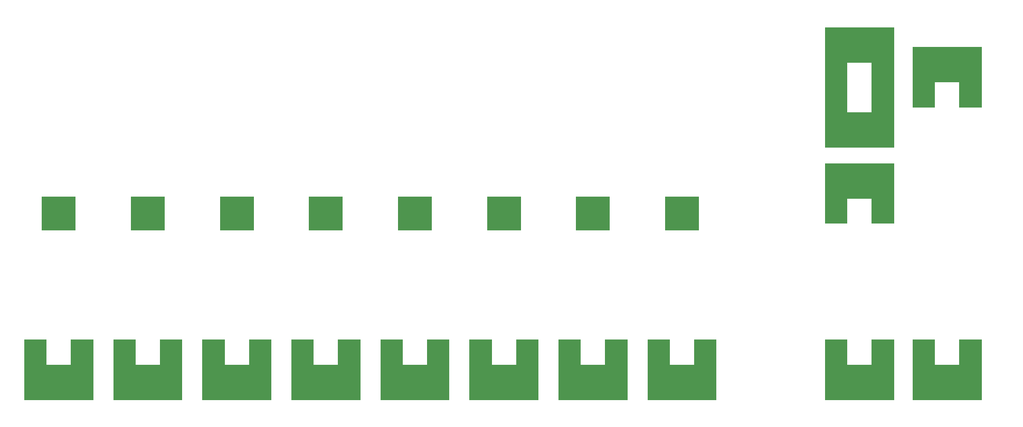
<source format=gbr>
G04 ===== Begin FILE IDENTIFICATION =====*
G04 File Format:  Gerber RS274X*
G04 ===== End FILE IDENTIFICATION =====*
%FSLAX24Y24*%
%MOMM*%
%SFA1.0000B1.0000*%
%OFA0.0B0.0*%
%ADD14R,5.450000X5.450000*%
%LNL4*%
%IPPOS*%
%LPD*%
G75*
G36*
G01X-519358Y-242514D02*
G01Y-202514D01*
G01X-555045D01*
G01Y-299250D01*
G01X-444555D01*
G01Y-202514D01*
G01X-480242D01*
G01Y-242514D01*
G01X-519358D01*
G37*
D14*
X-499800Y0D03*
G36*
G01X-376558Y-242514D02*
G01Y-202514D01*
G01X-412245D01*
G01Y-299250D01*
G01X-301755D01*
G01Y-202514D01*
G01X-337442D01*
G01Y-242514D01*
G01X-376558D01*
G37*
D14*
X-357000Y0D03*
G36*
G01X-233758Y-242514D02*
G01Y-202514D01*
G01X-269445D01*
G01Y-299250D01*
G01X-158955D01*
G01Y-202514D01*
G01X-194642D01*
G01Y-242514D01*
G01X-233758D01*
G37*
D14*
X-214200Y0D03*
G36*
G01X-90958Y-242514D02*
G01Y-202514D01*
G01X-126645D01*
G01Y-299250D01*
G01X-16155D01*
G01Y-202514D01*
G01X-51842D01*
G01Y-242514D01*
G01X-90958D01*
G37*
D14*
X-71400Y0D03*
G36*
G01X51842Y-242514D02*
G01Y-202514D01*
G01X16155D01*
G01Y-299250D01*
G01X126645D01*
G01Y-202514D01*
G01X90958D01*
G01Y-242514D01*
G01X51842D01*
G37*
D14*
X71400Y0D03*
G36*
G01X194642Y-242514D02*
G01Y-202514D01*
G01X158955D01*
G01Y-299250D01*
G01X269445D01*
G01Y-202514D01*
G01X233758D01*
G01Y-242514D01*
G01X194642D01*
G37*
D14*
X214200Y0D03*
G36*
G01X337442Y-242514D02*
G01Y-202514D01*
G01X301755D01*
G01Y-299250D01*
G01X412245D01*
G01Y-202514D01*
G01X376558D01*
G01Y-242514D01*
G01X337442D01*
G37*
D14*
X357000Y0D03*
G36*
G01X480242Y-242514D02*
G01Y-202514D01*
G01X444555D01*
G01Y-299250D01*
G01X555045D01*
G01Y-202514D01*
G01X519358D01*
G01Y-242514D01*
G01X480242D01*
G37*
D14*
X499800Y0D03*
G36*
G01X765032Y-242514D02*
G01Y-202514D01*
G01X729345D01*
G01Y-299250D01*
G01X839835D01*
G01Y-202514D01*
G01X804148D01*
G01Y-242514D01*
G01X765032D01*
G37*
G36*
G01X729345Y-16000D02*
G01X765032D01*
G01Y24000D01*
G01X804148D01*
G01Y-16000D01*
G01X839835D01*
G01Y80736D01*
G01X729345D01*
G01Y-16000D01*
G37*
G36*
G01X729345Y105778D02*
G01X839835D01*
G01Y299250D01*
G01X765032D01*
G01Y242514D01*
G01X804148D01*
G01Y162514D01*
G01X765032D01*
G01Y242514D01*
G01Y299250D01*
G01X729345D01*
G01Y105778D01*
G37*
G36*
G01X905522Y-242514D02*
G01Y-202514D01*
G01X869835D01*
G01Y-299250D01*
G01X980325D01*
G01Y-202514D01*
G01X944638D01*
G01Y-242514D01*
G01X905522D01*
G37*
G36*
G01X869835Y170514D02*
G01X905522D01*
G01Y210514D01*
G01X944638D01*
G01Y170514D01*
G01X980325D01*
G01Y267250D01*
G01X869835D01*
G01Y170514D01*
G37*
M02*


</source>
